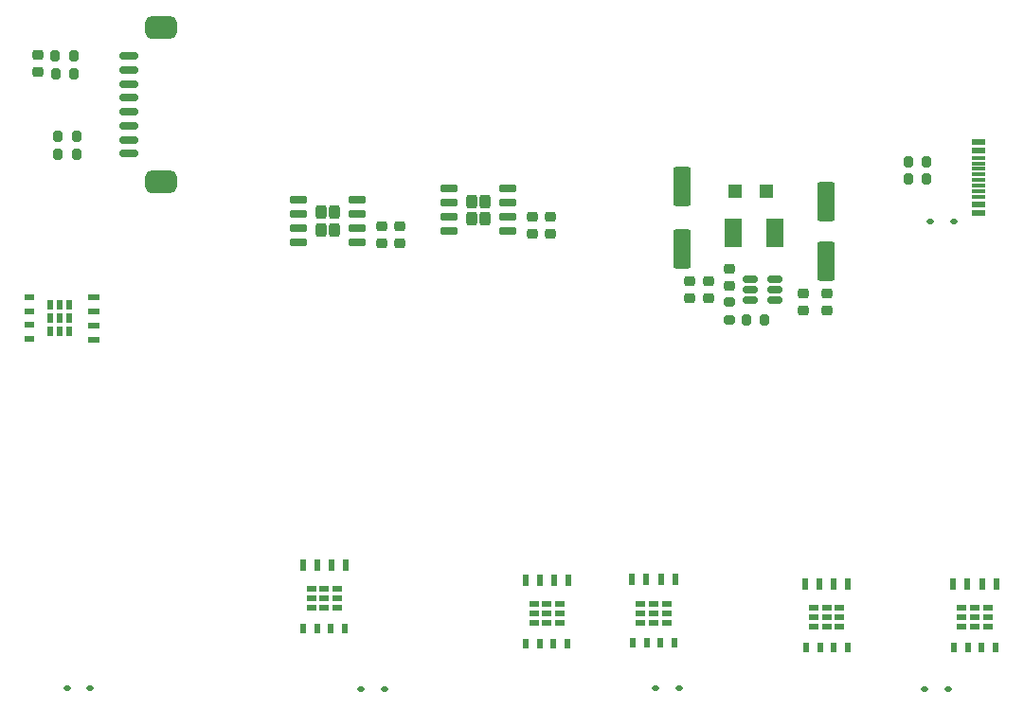
<source format=gbr>
%TF.GenerationSoftware,KiCad,Pcbnew,7.0.6-0*%
%TF.CreationDate,2023-08-20T12:25:08+10:00*%
%TF.ProjectId,rear_screen,72656172-5f73-4637-9265-656e2e6b6963,v0.1a*%
%TF.SameCoordinates,Original*%
%TF.FileFunction,Paste,Top*%
%TF.FilePolarity,Positive*%
%FSLAX46Y46*%
G04 Gerber Fmt 4.6, Leading zero omitted, Abs format (unit mm)*
G04 Created by KiCad (PCBNEW 7.0.6-0) date 2023-08-20 12:25:08*
%MOMM*%
%LPD*%
G01*
G04 APERTURE LIST*
G04 Aperture macros list*
%AMRoundRect*
0 Rectangle with rounded corners*
0 $1 Rounding radius*
0 $2 $3 $4 $5 $6 $7 $8 $9 X,Y pos of 4 corners*
0 Add a 4 corners polygon primitive as box body*
4,1,4,$2,$3,$4,$5,$6,$7,$8,$9,$2,$3,0*
0 Add four circle primitives for the rounded corners*
1,1,$1+$1,$2,$3*
1,1,$1+$1,$4,$5*
1,1,$1+$1,$6,$7*
1,1,$1+$1,$8,$9*
0 Add four rect primitives between the rounded corners*
20,1,$1+$1,$2,$3,$4,$5,0*
20,1,$1+$1,$4,$5,$6,$7,0*
20,1,$1+$1,$6,$7,$8,$9,0*
20,1,$1+$1,$8,$9,$2,$3,0*%
G04 Aperture macros list end*
%ADD10RoundRect,0.200000X-0.200000X-0.275000X0.200000X-0.275000X0.200000X0.275000X-0.200000X0.275000X0*%
%ADD11RoundRect,0.112500X0.187500X0.112500X-0.187500X0.112500X-0.187500X-0.112500X0.187500X-0.112500X0*%
%ADD12R,1.200000X1.200000*%
%ADD13R,0.900000X0.600000*%
%ADD14R,0.600000X0.900000*%
%ADD15R,0.600000X1.050000*%
%ADD16RoundRect,0.242500X-0.242500X-0.382500X0.242500X-0.382500X0.242500X0.382500X-0.242500X0.382500X0*%
%ADD17RoundRect,0.150000X-0.650000X-0.150000X0.650000X-0.150000X0.650000X0.150000X-0.650000X0.150000X0*%
%ADD18RoundRect,0.225000X-0.250000X0.225000X-0.250000X-0.225000X0.250000X-0.225000X0.250000X0.225000X0*%
%ADD19R,1.240000X0.600000*%
%ADD20R,1.240000X0.300000*%
%ADD21R,1.500000X2.500000*%
%ADD22RoundRect,0.150000X-0.700000X0.150000X-0.700000X-0.150000X0.700000X-0.150000X0.700000X0.150000X0*%
%ADD23RoundRect,0.500000X-0.900000X0.500000X-0.900000X-0.500000X0.900000X-0.500000X0.900000X0.500000X0*%
%ADD24RoundRect,0.250000X0.550000X-1.500000X0.550000X1.500000X-0.550000X1.500000X-0.550000X-1.500000X0*%
%ADD25RoundRect,0.200000X0.200000X0.275000X-0.200000X0.275000X-0.200000X-0.275000X0.200000X-0.275000X0*%
%ADD26RoundRect,0.200000X-0.275000X0.200000X-0.275000X-0.200000X0.275000X-0.200000X0.275000X0.200000X0*%
%ADD27RoundRect,0.150000X-0.512500X-0.150000X0.512500X-0.150000X0.512500X0.150000X-0.512500X0.150000X0*%
%ADD28RoundRect,0.225000X0.250000X-0.225000X0.250000X0.225000X-0.250000X0.225000X-0.250000X-0.225000X0*%
%ADD29R,1.050000X0.600000*%
%ADD30RoundRect,0.218750X0.256250X-0.218750X0.256250X0.218750X-0.256250X0.218750X-0.256250X-0.218750X0*%
%ADD31RoundRect,0.112500X-0.187500X-0.112500X0.187500X-0.112500X0.187500X0.112500X-0.187500X0.112500X0*%
G04 APERTURE END LIST*
D10*
%TO.C,R7*%
X89325000Y-72989999D03*
X90975000Y-72989999D03*
%TD*%
D11*
%TO.C,D3*%
X118750000Y-129700000D03*
X116650000Y-129700000D03*
%TD*%
D12*
%TO.C,D7*%
X152899999Y-85125000D03*
X150099999Y-85125000D03*
%TD*%
D13*
%TO.C,Q2*%
X159420000Y-122400000D03*
X158270000Y-122400000D03*
X157120000Y-122400000D03*
X159420000Y-123250000D03*
X158270000Y-123250000D03*
X157120000Y-123250000D03*
X159420000Y-124100000D03*
X158270000Y-124100000D03*
X157120000Y-124100000D03*
D14*
X160150000Y-125950000D03*
X158870000Y-125950000D03*
X157670000Y-125950000D03*
X156390000Y-125950000D03*
D15*
X160180000Y-120230000D03*
X158910000Y-120230000D03*
X157630000Y-120230000D03*
X156360000Y-120230000D03*
%TD*%
D16*
%TO.C,U2*%
X126540712Y-86020111D03*
X126540712Y-87570111D03*
X127740712Y-86020111D03*
X127740712Y-87570111D03*
D17*
X124490712Y-84890111D03*
X124490712Y-86160111D03*
X124490712Y-87430111D03*
X124490712Y-88700111D03*
X129790712Y-88700111D03*
X129790712Y-87430111D03*
X129790712Y-86160111D03*
X129790712Y-84890111D03*
%TD*%
D13*
%TO.C,Q3*%
X143950000Y-122000000D03*
X142800000Y-122000000D03*
X141650000Y-122000000D03*
X143950000Y-122850000D03*
X142800000Y-122850000D03*
X141650000Y-122850000D03*
X143950000Y-123700000D03*
X142800000Y-123700000D03*
X141650000Y-123700000D03*
D14*
X144680000Y-125550000D03*
X143400000Y-125550000D03*
X142200000Y-125550000D03*
X140920000Y-125550000D03*
D15*
X144710000Y-119830000D03*
X143440000Y-119830000D03*
X142160000Y-119830000D03*
X140890000Y-119830000D03*
%TD*%
D18*
%TO.C,C3*%
X156200000Y-94250000D03*
X156200000Y-95800000D03*
%TD*%
D19*
%TO.C,J13*%
X171800000Y-87080000D03*
X171800000Y-86280000D03*
D20*
X171800000Y-85130000D03*
X171800000Y-84130000D03*
X171800000Y-83630000D03*
X171800000Y-82630000D03*
D19*
X171800000Y-81480000D03*
X171800000Y-80680000D03*
X171800000Y-80680000D03*
X171800000Y-81480000D03*
D20*
X171800000Y-82130000D03*
X171800000Y-83130000D03*
X171800000Y-84630000D03*
X171800000Y-85630000D03*
D19*
X171800000Y-86280000D03*
X171800000Y-87080000D03*
%TD*%
D18*
%TO.C,C9*%
X133595000Y-87400000D03*
X133595000Y-88950000D03*
%TD*%
D13*
%TO.C,Q6*%
X114500000Y-120700000D03*
X113350000Y-120700000D03*
X112200000Y-120700000D03*
X114500000Y-121550000D03*
X113350000Y-121550000D03*
X112200000Y-121550000D03*
X114500000Y-122400000D03*
X113350000Y-122400000D03*
X112200000Y-122400000D03*
D14*
X115230000Y-124250000D03*
X113950000Y-124250000D03*
X112750000Y-124250000D03*
X111470000Y-124250000D03*
D15*
X115260000Y-118530000D03*
X113990000Y-118530000D03*
X112710000Y-118530000D03*
X111440000Y-118530000D03*
%TD*%
D18*
%TO.C,C10*%
X120095000Y-88225000D03*
X120095000Y-89775000D03*
%TD*%
D10*
%TO.C,R2*%
X165550000Y-82530000D03*
X167200000Y-82530000D03*
%TD*%
D16*
%TO.C,U1*%
X113055000Y-87025000D03*
X113055000Y-88575000D03*
X114255000Y-87025000D03*
X114255000Y-88575000D03*
D17*
X111005000Y-85895000D03*
X111005000Y-87165000D03*
X111005000Y-88435000D03*
X111005000Y-89705000D03*
X116305000Y-89705000D03*
X116305000Y-88435000D03*
X116305000Y-87165000D03*
X116305000Y-85895000D03*
%TD*%
D10*
%TO.C,R5*%
X89550000Y-81800000D03*
X91200000Y-81800000D03*
%TD*%
D18*
%TO.C,C6*%
X146000000Y-93150000D03*
X146000000Y-94700000D03*
%TD*%
%TO.C,C8*%
X131995000Y-87400000D03*
X131995000Y-88950000D03*
%TD*%
D21*
%TO.C,L1*%
X153650000Y-88825000D03*
X149950000Y-88825000D03*
%TD*%
D22*
%TO.C,J7*%
X95900000Y-73025000D03*
X95900000Y-74275000D03*
X95900000Y-75525000D03*
X95900000Y-76775000D03*
X95900000Y-78025000D03*
X95900000Y-79275000D03*
X95900000Y-80525000D03*
X95900000Y-81775000D03*
D23*
X98750000Y-70500000D03*
X98750000Y-84300000D03*
%TD*%
D24*
%TO.C,C1*%
X158200000Y-91425001D03*
X158200000Y-86025001D03*
%TD*%
D25*
%TO.C,R1*%
X167200000Y-84030000D03*
X165550000Y-84030000D03*
%TD*%
%TO.C,R6*%
X91200000Y-80200000D03*
X89550000Y-80200000D03*
%TD*%
D26*
%TO.C,R3*%
X149600000Y-95000001D03*
X149600000Y-96650001D03*
%TD*%
D27*
%TO.C,U3*%
X151400000Y-92975000D03*
X151400000Y-93925000D03*
X151400000Y-94875000D03*
X153675000Y-94875000D03*
X153675000Y-93925000D03*
X153675000Y-92975000D03*
%TD*%
D11*
%TO.C,D2*%
X92450000Y-129600000D03*
X90350000Y-129600000D03*
%TD*%
D28*
%TO.C,C4*%
X149600000Y-93600000D03*
X149600000Y-92050000D03*
%TD*%
D11*
%TO.C,D5*%
X169150000Y-129700000D03*
X167050000Y-129700000D03*
%TD*%
D18*
%TO.C,C11*%
X118495000Y-88224999D03*
X118495000Y-89774999D03*
%TD*%
D14*
%TO.C,Q7*%
X90555435Y-97625877D03*
X90555435Y-96475877D03*
X90555435Y-95325877D03*
X89705435Y-97625877D03*
X89705435Y-96475877D03*
X89705435Y-95325877D03*
X88855435Y-97625877D03*
X88855435Y-96475877D03*
X88855435Y-95325877D03*
D13*
X87005435Y-98355877D03*
X87005435Y-97075877D03*
X87005435Y-95875877D03*
X87005435Y-94595877D03*
D29*
X92725435Y-98385877D03*
X92725435Y-97115877D03*
X92725435Y-95835877D03*
X92725435Y-94565877D03*
%TD*%
D24*
%TO.C,C5*%
X145300000Y-90325000D03*
X145300000Y-84725000D03*
%TD*%
D18*
%TO.C,C7*%
X147700000Y-93150000D03*
X147700000Y-94700000D03*
%TD*%
D11*
%TO.C,D4*%
X145050000Y-129600000D03*
X142950000Y-129600000D03*
%TD*%
D25*
%TO.C,R8*%
X91000000Y-74600000D03*
X89350000Y-74600000D03*
%TD*%
D30*
%TO.C,D6*%
X87750000Y-74477499D03*
X87750000Y-72902499D03*
%TD*%
D18*
%TO.C,C2*%
X158300000Y-94250000D03*
X158300000Y-95800000D03*
%TD*%
D10*
%TO.C,R4*%
X151075000Y-96625001D03*
X152725000Y-96625001D03*
%TD*%
D13*
%TO.C,Q4*%
X134400000Y-122050000D03*
X133250000Y-122050000D03*
X132100000Y-122050000D03*
X134400000Y-122900000D03*
X133250000Y-122900000D03*
X132100000Y-122900000D03*
X134400000Y-123750000D03*
X133250000Y-123750000D03*
X132100000Y-123750000D03*
D14*
X135130000Y-125600000D03*
X133850000Y-125600000D03*
X132650000Y-125600000D03*
X131370000Y-125600000D03*
D15*
X135160000Y-119880000D03*
X133890000Y-119880000D03*
X132610000Y-119880000D03*
X131340000Y-119880000D03*
%TD*%
D31*
%TO.C,D1*%
X167550000Y-87800000D03*
X169650000Y-87800000D03*
%TD*%
D13*
%TO.C,Q1*%
X172650000Y-122400000D03*
X171500000Y-122400000D03*
X170350000Y-122400000D03*
X172650000Y-123250000D03*
X171500000Y-123250000D03*
X170350000Y-123250000D03*
X172650000Y-124100000D03*
X171500000Y-124100000D03*
X170350000Y-124100000D03*
D14*
X173380000Y-125950000D03*
X172100000Y-125950000D03*
X170900000Y-125950000D03*
X169620000Y-125950000D03*
D15*
X173410000Y-120230000D03*
X172140000Y-120230000D03*
X170860000Y-120230000D03*
X169590000Y-120230000D03*
%TD*%
M02*

</source>
